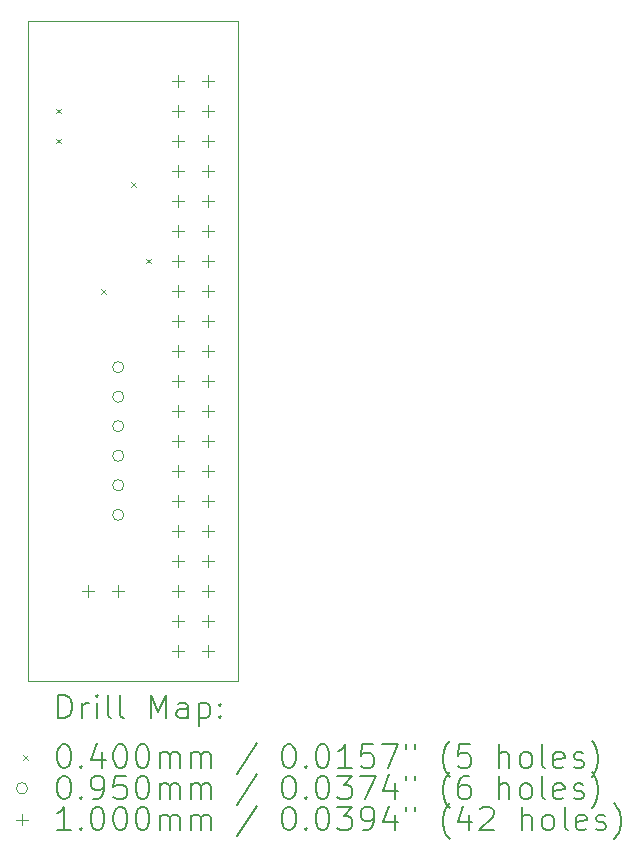
<source format=gbr>
%TF.GenerationSoftware,KiCad,Pcbnew,8.0.8*%
%TF.CreationDate,2025-02-04T18:57:20-05:00*%
%TF.ProjectId,zuul,7a75756c-2e6b-4696-9361-645f70636258,rev?*%
%TF.SameCoordinates,Original*%
%TF.FileFunction,Drillmap*%
%TF.FilePolarity,Positive*%
%FSLAX45Y45*%
G04 Gerber Fmt 4.5, Leading zero omitted, Abs format (unit mm)*
G04 Created by KiCad (PCBNEW 8.0.8) date 2025-02-04 18:57:20*
%MOMM*%
%LPD*%
G01*
G04 APERTURE LIST*
%ADD10C,0.100000*%
%ADD11C,0.200000*%
G04 APERTURE END LIST*
D10*
X2794000Y-2540000D02*
X4572000Y-2540000D01*
X4572000Y-8128000D01*
X2794000Y-8128000D01*
X2794000Y-2540000D01*
D11*
D10*
X3028000Y-3282000D02*
X3068000Y-3322000D01*
X3068000Y-3282000D02*
X3028000Y-3322000D01*
X3028000Y-3536000D02*
X3068000Y-3576000D01*
X3068000Y-3536000D02*
X3028000Y-3576000D01*
X3412248Y-4809559D02*
X3452248Y-4849559D01*
X3452248Y-4809559D02*
X3412248Y-4849559D01*
X3663452Y-3905118D02*
X3703452Y-3945118D01*
X3703452Y-3905118D02*
X3663452Y-3945118D01*
X3790000Y-4552000D02*
X3830000Y-4592000D01*
X3830000Y-4552000D02*
X3790000Y-4592000D01*
X3603500Y-5471000D02*
G75*
G02*
X3508500Y-5471000I-47500J0D01*
G01*
X3508500Y-5471000D02*
G75*
G02*
X3603500Y-5471000I47500J0D01*
G01*
X3603500Y-5721000D02*
G75*
G02*
X3508500Y-5721000I-47500J0D01*
G01*
X3508500Y-5721000D02*
G75*
G02*
X3603500Y-5721000I47500J0D01*
G01*
X3603500Y-5971000D02*
G75*
G02*
X3508500Y-5971000I-47500J0D01*
G01*
X3508500Y-5971000D02*
G75*
G02*
X3603500Y-5971000I47500J0D01*
G01*
X3603500Y-6221000D02*
G75*
G02*
X3508500Y-6221000I-47500J0D01*
G01*
X3508500Y-6221000D02*
G75*
G02*
X3603500Y-6221000I47500J0D01*
G01*
X3603500Y-6471000D02*
G75*
G02*
X3508500Y-6471000I-47500J0D01*
G01*
X3508500Y-6471000D02*
G75*
G02*
X3603500Y-6471000I47500J0D01*
G01*
X3603500Y-6721000D02*
G75*
G02*
X3508500Y-6721000I-47500J0D01*
G01*
X3508500Y-6721000D02*
G75*
G02*
X3603500Y-6721000I47500J0D01*
G01*
X3302000Y-7316000D02*
X3302000Y-7416000D01*
X3252000Y-7366000D02*
X3352000Y-7366000D01*
X3556000Y-7316000D02*
X3556000Y-7416000D01*
X3506000Y-7366000D02*
X3606000Y-7366000D01*
X4064000Y-2998000D02*
X4064000Y-3098000D01*
X4014000Y-3048000D02*
X4114000Y-3048000D01*
X4064000Y-3252000D02*
X4064000Y-3352000D01*
X4014000Y-3302000D02*
X4114000Y-3302000D01*
X4064000Y-3506000D02*
X4064000Y-3606000D01*
X4014000Y-3556000D02*
X4114000Y-3556000D01*
X4064000Y-3760000D02*
X4064000Y-3860000D01*
X4014000Y-3810000D02*
X4114000Y-3810000D01*
X4064000Y-4014000D02*
X4064000Y-4114000D01*
X4014000Y-4064000D02*
X4114000Y-4064000D01*
X4064000Y-4268000D02*
X4064000Y-4368000D01*
X4014000Y-4318000D02*
X4114000Y-4318000D01*
X4064000Y-4522000D02*
X4064000Y-4622000D01*
X4014000Y-4572000D02*
X4114000Y-4572000D01*
X4064000Y-4776000D02*
X4064000Y-4876000D01*
X4014000Y-4826000D02*
X4114000Y-4826000D01*
X4064000Y-5030000D02*
X4064000Y-5130000D01*
X4014000Y-5080000D02*
X4114000Y-5080000D01*
X4064000Y-5284000D02*
X4064000Y-5384000D01*
X4014000Y-5334000D02*
X4114000Y-5334000D01*
X4064000Y-5538000D02*
X4064000Y-5638000D01*
X4014000Y-5588000D02*
X4114000Y-5588000D01*
X4064000Y-5792000D02*
X4064000Y-5892000D01*
X4014000Y-5842000D02*
X4114000Y-5842000D01*
X4064000Y-6046000D02*
X4064000Y-6146000D01*
X4014000Y-6096000D02*
X4114000Y-6096000D01*
X4064000Y-6300000D02*
X4064000Y-6400000D01*
X4014000Y-6350000D02*
X4114000Y-6350000D01*
X4064000Y-6554000D02*
X4064000Y-6654000D01*
X4014000Y-6604000D02*
X4114000Y-6604000D01*
X4064000Y-6808000D02*
X4064000Y-6908000D01*
X4014000Y-6858000D02*
X4114000Y-6858000D01*
X4064000Y-7062000D02*
X4064000Y-7162000D01*
X4014000Y-7112000D02*
X4114000Y-7112000D01*
X4064000Y-7316000D02*
X4064000Y-7416000D01*
X4014000Y-7366000D02*
X4114000Y-7366000D01*
X4064000Y-7570000D02*
X4064000Y-7670000D01*
X4014000Y-7620000D02*
X4114000Y-7620000D01*
X4064000Y-7824000D02*
X4064000Y-7924000D01*
X4014000Y-7874000D02*
X4114000Y-7874000D01*
X4318000Y-2998000D02*
X4318000Y-3098000D01*
X4268000Y-3048000D02*
X4368000Y-3048000D01*
X4318000Y-3252000D02*
X4318000Y-3352000D01*
X4268000Y-3302000D02*
X4368000Y-3302000D01*
X4318000Y-3506000D02*
X4318000Y-3606000D01*
X4268000Y-3556000D02*
X4368000Y-3556000D01*
X4318000Y-3760000D02*
X4318000Y-3860000D01*
X4268000Y-3810000D02*
X4368000Y-3810000D01*
X4318000Y-4014000D02*
X4318000Y-4114000D01*
X4268000Y-4064000D02*
X4368000Y-4064000D01*
X4318000Y-4268000D02*
X4318000Y-4368000D01*
X4268000Y-4318000D02*
X4368000Y-4318000D01*
X4318000Y-4522000D02*
X4318000Y-4622000D01*
X4268000Y-4572000D02*
X4368000Y-4572000D01*
X4318000Y-4776000D02*
X4318000Y-4876000D01*
X4268000Y-4826000D02*
X4368000Y-4826000D01*
X4318000Y-5030000D02*
X4318000Y-5130000D01*
X4268000Y-5080000D02*
X4368000Y-5080000D01*
X4318000Y-5284000D02*
X4318000Y-5384000D01*
X4268000Y-5334000D02*
X4368000Y-5334000D01*
X4318000Y-5538000D02*
X4318000Y-5638000D01*
X4268000Y-5588000D02*
X4368000Y-5588000D01*
X4318000Y-5792000D02*
X4318000Y-5892000D01*
X4268000Y-5842000D02*
X4368000Y-5842000D01*
X4318000Y-6046000D02*
X4318000Y-6146000D01*
X4268000Y-6096000D02*
X4368000Y-6096000D01*
X4318000Y-6300000D02*
X4318000Y-6400000D01*
X4268000Y-6350000D02*
X4368000Y-6350000D01*
X4318000Y-6554000D02*
X4318000Y-6654000D01*
X4268000Y-6604000D02*
X4368000Y-6604000D01*
X4318000Y-6808000D02*
X4318000Y-6908000D01*
X4268000Y-6858000D02*
X4368000Y-6858000D01*
X4318000Y-7062000D02*
X4318000Y-7162000D01*
X4268000Y-7112000D02*
X4368000Y-7112000D01*
X4318000Y-7316000D02*
X4318000Y-7416000D01*
X4268000Y-7366000D02*
X4368000Y-7366000D01*
X4318000Y-7570000D02*
X4318000Y-7670000D01*
X4268000Y-7620000D02*
X4368000Y-7620000D01*
X4318000Y-7824000D02*
X4318000Y-7924000D01*
X4268000Y-7874000D02*
X4368000Y-7874000D01*
D11*
X3049777Y-8444484D02*
X3049777Y-8244484D01*
X3049777Y-8244484D02*
X3097396Y-8244484D01*
X3097396Y-8244484D02*
X3125967Y-8254008D01*
X3125967Y-8254008D02*
X3145015Y-8273055D01*
X3145015Y-8273055D02*
X3154539Y-8292103D01*
X3154539Y-8292103D02*
X3164062Y-8330198D01*
X3164062Y-8330198D02*
X3164062Y-8358769D01*
X3164062Y-8358769D02*
X3154539Y-8396865D01*
X3154539Y-8396865D02*
X3145015Y-8415912D01*
X3145015Y-8415912D02*
X3125967Y-8434960D01*
X3125967Y-8434960D02*
X3097396Y-8444484D01*
X3097396Y-8444484D02*
X3049777Y-8444484D01*
X3249777Y-8444484D02*
X3249777Y-8311150D01*
X3249777Y-8349246D02*
X3259301Y-8330198D01*
X3259301Y-8330198D02*
X3268824Y-8320674D01*
X3268824Y-8320674D02*
X3287872Y-8311150D01*
X3287872Y-8311150D02*
X3306920Y-8311150D01*
X3373586Y-8444484D02*
X3373586Y-8311150D01*
X3373586Y-8244484D02*
X3364062Y-8254008D01*
X3364062Y-8254008D02*
X3373586Y-8263531D01*
X3373586Y-8263531D02*
X3383110Y-8254008D01*
X3383110Y-8254008D02*
X3373586Y-8244484D01*
X3373586Y-8244484D02*
X3373586Y-8263531D01*
X3497396Y-8444484D02*
X3478348Y-8434960D01*
X3478348Y-8434960D02*
X3468824Y-8415912D01*
X3468824Y-8415912D02*
X3468824Y-8244484D01*
X3602158Y-8444484D02*
X3583110Y-8434960D01*
X3583110Y-8434960D02*
X3573586Y-8415912D01*
X3573586Y-8415912D02*
X3573586Y-8244484D01*
X3830729Y-8444484D02*
X3830729Y-8244484D01*
X3830729Y-8244484D02*
X3897396Y-8387341D01*
X3897396Y-8387341D02*
X3964062Y-8244484D01*
X3964062Y-8244484D02*
X3964062Y-8444484D01*
X4145015Y-8444484D02*
X4145015Y-8339722D01*
X4145015Y-8339722D02*
X4135491Y-8320674D01*
X4135491Y-8320674D02*
X4116443Y-8311150D01*
X4116443Y-8311150D02*
X4078348Y-8311150D01*
X4078348Y-8311150D02*
X4059301Y-8320674D01*
X4145015Y-8434960D02*
X4125967Y-8444484D01*
X4125967Y-8444484D02*
X4078348Y-8444484D01*
X4078348Y-8444484D02*
X4059301Y-8434960D01*
X4059301Y-8434960D02*
X4049777Y-8415912D01*
X4049777Y-8415912D02*
X4049777Y-8396865D01*
X4049777Y-8396865D02*
X4059301Y-8377817D01*
X4059301Y-8377817D02*
X4078348Y-8368293D01*
X4078348Y-8368293D02*
X4125967Y-8368293D01*
X4125967Y-8368293D02*
X4145015Y-8358769D01*
X4240253Y-8311150D02*
X4240253Y-8511150D01*
X4240253Y-8320674D02*
X4259301Y-8311150D01*
X4259301Y-8311150D02*
X4297396Y-8311150D01*
X4297396Y-8311150D02*
X4316444Y-8320674D01*
X4316444Y-8320674D02*
X4325967Y-8330198D01*
X4325967Y-8330198D02*
X4335491Y-8349246D01*
X4335491Y-8349246D02*
X4335491Y-8406389D01*
X4335491Y-8406389D02*
X4325967Y-8425436D01*
X4325967Y-8425436D02*
X4316444Y-8434960D01*
X4316444Y-8434960D02*
X4297396Y-8444484D01*
X4297396Y-8444484D02*
X4259301Y-8444484D01*
X4259301Y-8444484D02*
X4240253Y-8434960D01*
X4421205Y-8425436D02*
X4430729Y-8434960D01*
X4430729Y-8434960D02*
X4421205Y-8444484D01*
X4421205Y-8444484D02*
X4411682Y-8434960D01*
X4411682Y-8434960D02*
X4421205Y-8425436D01*
X4421205Y-8425436D02*
X4421205Y-8444484D01*
X4421205Y-8320674D02*
X4430729Y-8330198D01*
X4430729Y-8330198D02*
X4421205Y-8339722D01*
X4421205Y-8339722D02*
X4411682Y-8330198D01*
X4411682Y-8330198D02*
X4421205Y-8320674D01*
X4421205Y-8320674D02*
X4421205Y-8339722D01*
D10*
X2749000Y-8753000D02*
X2789000Y-8793000D01*
X2789000Y-8753000D02*
X2749000Y-8793000D01*
D11*
X3087872Y-8664484D02*
X3106920Y-8664484D01*
X3106920Y-8664484D02*
X3125967Y-8674008D01*
X3125967Y-8674008D02*
X3135491Y-8683531D01*
X3135491Y-8683531D02*
X3145015Y-8702579D01*
X3145015Y-8702579D02*
X3154539Y-8740674D01*
X3154539Y-8740674D02*
X3154539Y-8788293D01*
X3154539Y-8788293D02*
X3145015Y-8826389D01*
X3145015Y-8826389D02*
X3135491Y-8845436D01*
X3135491Y-8845436D02*
X3125967Y-8854960D01*
X3125967Y-8854960D02*
X3106920Y-8864484D01*
X3106920Y-8864484D02*
X3087872Y-8864484D01*
X3087872Y-8864484D02*
X3068824Y-8854960D01*
X3068824Y-8854960D02*
X3059301Y-8845436D01*
X3059301Y-8845436D02*
X3049777Y-8826389D01*
X3049777Y-8826389D02*
X3040253Y-8788293D01*
X3040253Y-8788293D02*
X3040253Y-8740674D01*
X3040253Y-8740674D02*
X3049777Y-8702579D01*
X3049777Y-8702579D02*
X3059301Y-8683531D01*
X3059301Y-8683531D02*
X3068824Y-8674008D01*
X3068824Y-8674008D02*
X3087872Y-8664484D01*
X3240253Y-8845436D02*
X3249777Y-8854960D01*
X3249777Y-8854960D02*
X3240253Y-8864484D01*
X3240253Y-8864484D02*
X3230729Y-8854960D01*
X3230729Y-8854960D02*
X3240253Y-8845436D01*
X3240253Y-8845436D02*
X3240253Y-8864484D01*
X3421205Y-8731150D02*
X3421205Y-8864484D01*
X3373586Y-8654960D02*
X3325967Y-8797817D01*
X3325967Y-8797817D02*
X3449777Y-8797817D01*
X3564062Y-8664484D02*
X3583110Y-8664484D01*
X3583110Y-8664484D02*
X3602158Y-8674008D01*
X3602158Y-8674008D02*
X3611682Y-8683531D01*
X3611682Y-8683531D02*
X3621205Y-8702579D01*
X3621205Y-8702579D02*
X3630729Y-8740674D01*
X3630729Y-8740674D02*
X3630729Y-8788293D01*
X3630729Y-8788293D02*
X3621205Y-8826389D01*
X3621205Y-8826389D02*
X3611682Y-8845436D01*
X3611682Y-8845436D02*
X3602158Y-8854960D01*
X3602158Y-8854960D02*
X3583110Y-8864484D01*
X3583110Y-8864484D02*
X3564062Y-8864484D01*
X3564062Y-8864484D02*
X3545015Y-8854960D01*
X3545015Y-8854960D02*
X3535491Y-8845436D01*
X3535491Y-8845436D02*
X3525967Y-8826389D01*
X3525967Y-8826389D02*
X3516443Y-8788293D01*
X3516443Y-8788293D02*
X3516443Y-8740674D01*
X3516443Y-8740674D02*
X3525967Y-8702579D01*
X3525967Y-8702579D02*
X3535491Y-8683531D01*
X3535491Y-8683531D02*
X3545015Y-8674008D01*
X3545015Y-8674008D02*
X3564062Y-8664484D01*
X3754539Y-8664484D02*
X3773586Y-8664484D01*
X3773586Y-8664484D02*
X3792634Y-8674008D01*
X3792634Y-8674008D02*
X3802158Y-8683531D01*
X3802158Y-8683531D02*
X3811682Y-8702579D01*
X3811682Y-8702579D02*
X3821205Y-8740674D01*
X3821205Y-8740674D02*
X3821205Y-8788293D01*
X3821205Y-8788293D02*
X3811682Y-8826389D01*
X3811682Y-8826389D02*
X3802158Y-8845436D01*
X3802158Y-8845436D02*
X3792634Y-8854960D01*
X3792634Y-8854960D02*
X3773586Y-8864484D01*
X3773586Y-8864484D02*
X3754539Y-8864484D01*
X3754539Y-8864484D02*
X3735491Y-8854960D01*
X3735491Y-8854960D02*
X3725967Y-8845436D01*
X3725967Y-8845436D02*
X3716443Y-8826389D01*
X3716443Y-8826389D02*
X3706920Y-8788293D01*
X3706920Y-8788293D02*
X3706920Y-8740674D01*
X3706920Y-8740674D02*
X3716443Y-8702579D01*
X3716443Y-8702579D02*
X3725967Y-8683531D01*
X3725967Y-8683531D02*
X3735491Y-8674008D01*
X3735491Y-8674008D02*
X3754539Y-8664484D01*
X3906920Y-8864484D02*
X3906920Y-8731150D01*
X3906920Y-8750198D02*
X3916443Y-8740674D01*
X3916443Y-8740674D02*
X3935491Y-8731150D01*
X3935491Y-8731150D02*
X3964063Y-8731150D01*
X3964063Y-8731150D02*
X3983110Y-8740674D01*
X3983110Y-8740674D02*
X3992634Y-8759722D01*
X3992634Y-8759722D02*
X3992634Y-8864484D01*
X3992634Y-8759722D02*
X4002158Y-8740674D01*
X4002158Y-8740674D02*
X4021205Y-8731150D01*
X4021205Y-8731150D02*
X4049777Y-8731150D01*
X4049777Y-8731150D02*
X4068824Y-8740674D01*
X4068824Y-8740674D02*
X4078348Y-8759722D01*
X4078348Y-8759722D02*
X4078348Y-8864484D01*
X4173586Y-8864484D02*
X4173586Y-8731150D01*
X4173586Y-8750198D02*
X4183110Y-8740674D01*
X4183110Y-8740674D02*
X4202158Y-8731150D01*
X4202158Y-8731150D02*
X4230729Y-8731150D01*
X4230729Y-8731150D02*
X4249777Y-8740674D01*
X4249777Y-8740674D02*
X4259301Y-8759722D01*
X4259301Y-8759722D02*
X4259301Y-8864484D01*
X4259301Y-8759722D02*
X4268825Y-8740674D01*
X4268825Y-8740674D02*
X4287872Y-8731150D01*
X4287872Y-8731150D02*
X4316444Y-8731150D01*
X4316444Y-8731150D02*
X4335491Y-8740674D01*
X4335491Y-8740674D02*
X4345015Y-8759722D01*
X4345015Y-8759722D02*
X4345015Y-8864484D01*
X4735491Y-8654960D02*
X4564063Y-8912103D01*
X4992634Y-8664484D02*
X5011682Y-8664484D01*
X5011682Y-8664484D02*
X5030729Y-8674008D01*
X5030729Y-8674008D02*
X5040253Y-8683531D01*
X5040253Y-8683531D02*
X5049777Y-8702579D01*
X5049777Y-8702579D02*
X5059301Y-8740674D01*
X5059301Y-8740674D02*
X5059301Y-8788293D01*
X5059301Y-8788293D02*
X5049777Y-8826389D01*
X5049777Y-8826389D02*
X5040253Y-8845436D01*
X5040253Y-8845436D02*
X5030729Y-8854960D01*
X5030729Y-8854960D02*
X5011682Y-8864484D01*
X5011682Y-8864484D02*
X4992634Y-8864484D01*
X4992634Y-8864484D02*
X4973587Y-8854960D01*
X4973587Y-8854960D02*
X4964063Y-8845436D01*
X4964063Y-8845436D02*
X4954539Y-8826389D01*
X4954539Y-8826389D02*
X4945015Y-8788293D01*
X4945015Y-8788293D02*
X4945015Y-8740674D01*
X4945015Y-8740674D02*
X4954539Y-8702579D01*
X4954539Y-8702579D02*
X4964063Y-8683531D01*
X4964063Y-8683531D02*
X4973587Y-8674008D01*
X4973587Y-8674008D02*
X4992634Y-8664484D01*
X5145015Y-8845436D02*
X5154539Y-8854960D01*
X5154539Y-8854960D02*
X5145015Y-8864484D01*
X5145015Y-8864484D02*
X5135491Y-8854960D01*
X5135491Y-8854960D02*
X5145015Y-8845436D01*
X5145015Y-8845436D02*
X5145015Y-8864484D01*
X5278348Y-8664484D02*
X5297396Y-8664484D01*
X5297396Y-8664484D02*
X5316444Y-8674008D01*
X5316444Y-8674008D02*
X5325968Y-8683531D01*
X5325968Y-8683531D02*
X5335491Y-8702579D01*
X5335491Y-8702579D02*
X5345015Y-8740674D01*
X5345015Y-8740674D02*
X5345015Y-8788293D01*
X5345015Y-8788293D02*
X5335491Y-8826389D01*
X5335491Y-8826389D02*
X5325968Y-8845436D01*
X5325968Y-8845436D02*
X5316444Y-8854960D01*
X5316444Y-8854960D02*
X5297396Y-8864484D01*
X5297396Y-8864484D02*
X5278348Y-8864484D01*
X5278348Y-8864484D02*
X5259301Y-8854960D01*
X5259301Y-8854960D02*
X5249777Y-8845436D01*
X5249777Y-8845436D02*
X5240253Y-8826389D01*
X5240253Y-8826389D02*
X5230729Y-8788293D01*
X5230729Y-8788293D02*
X5230729Y-8740674D01*
X5230729Y-8740674D02*
X5240253Y-8702579D01*
X5240253Y-8702579D02*
X5249777Y-8683531D01*
X5249777Y-8683531D02*
X5259301Y-8674008D01*
X5259301Y-8674008D02*
X5278348Y-8664484D01*
X5535491Y-8864484D02*
X5421206Y-8864484D01*
X5478348Y-8864484D02*
X5478348Y-8664484D01*
X5478348Y-8664484D02*
X5459301Y-8693055D01*
X5459301Y-8693055D02*
X5440253Y-8712103D01*
X5440253Y-8712103D02*
X5421206Y-8721627D01*
X5716444Y-8664484D02*
X5621206Y-8664484D01*
X5621206Y-8664484D02*
X5611682Y-8759722D01*
X5611682Y-8759722D02*
X5621206Y-8750198D01*
X5621206Y-8750198D02*
X5640253Y-8740674D01*
X5640253Y-8740674D02*
X5687872Y-8740674D01*
X5687872Y-8740674D02*
X5706920Y-8750198D01*
X5706920Y-8750198D02*
X5716444Y-8759722D01*
X5716444Y-8759722D02*
X5725967Y-8778770D01*
X5725967Y-8778770D02*
X5725967Y-8826389D01*
X5725967Y-8826389D02*
X5716444Y-8845436D01*
X5716444Y-8845436D02*
X5706920Y-8854960D01*
X5706920Y-8854960D02*
X5687872Y-8864484D01*
X5687872Y-8864484D02*
X5640253Y-8864484D01*
X5640253Y-8864484D02*
X5621206Y-8854960D01*
X5621206Y-8854960D02*
X5611682Y-8845436D01*
X5792634Y-8664484D02*
X5925967Y-8664484D01*
X5925967Y-8664484D02*
X5840253Y-8864484D01*
X5992634Y-8664484D02*
X5992634Y-8702579D01*
X6068825Y-8664484D02*
X6068825Y-8702579D01*
X6364063Y-8940674D02*
X6354539Y-8931150D01*
X6354539Y-8931150D02*
X6335491Y-8902579D01*
X6335491Y-8902579D02*
X6325968Y-8883531D01*
X6325968Y-8883531D02*
X6316444Y-8854960D01*
X6316444Y-8854960D02*
X6306920Y-8807341D01*
X6306920Y-8807341D02*
X6306920Y-8769246D01*
X6306920Y-8769246D02*
X6316444Y-8721627D01*
X6316444Y-8721627D02*
X6325968Y-8693055D01*
X6325968Y-8693055D02*
X6335491Y-8674008D01*
X6335491Y-8674008D02*
X6354539Y-8645436D01*
X6354539Y-8645436D02*
X6364063Y-8635912D01*
X6535491Y-8664484D02*
X6440253Y-8664484D01*
X6440253Y-8664484D02*
X6430729Y-8759722D01*
X6430729Y-8759722D02*
X6440253Y-8750198D01*
X6440253Y-8750198D02*
X6459301Y-8740674D01*
X6459301Y-8740674D02*
X6506920Y-8740674D01*
X6506920Y-8740674D02*
X6525968Y-8750198D01*
X6525968Y-8750198D02*
X6535491Y-8759722D01*
X6535491Y-8759722D02*
X6545015Y-8778770D01*
X6545015Y-8778770D02*
X6545015Y-8826389D01*
X6545015Y-8826389D02*
X6535491Y-8845436D01*
X6535491Y-8845436D02*
X6525968Y-8854960D01*
X6525968Y-8854960D02*
X6506920Y-8864484D01*
X6506920Y-8864484D02*
X6459301Y-8864484D01*
X6459301Y-8864484D02*
X6440253Y-8854960D01*
X6440253Y-8854960D02*
X6430729Y-8845436D01*
X6783110Y-8864484D02*
X6783110Y-8664484D01*
X6868825Y-8864484D02*
X6868825Y-8759722D01*
X6868825Y-8759722D02*
X6859301Y-8740674D01*
X6859301Y-8740674D02*
X6840253Y-8731150D01*
X6840253Y-8731150D02*
X6811682Y-8731150D01*
X6811682Y-8731150D02*
X6792634Y-8740674D01*
X6792634Y-8740674D02*
X6783110Y-8750198D01*
X6992634Y-8864484D02*
X6973587Y-8854960D01*
X6973587Y-8854960D02*
X6964063Y-8845436D01*
X6964063Y-8845436D02*
X6954539Y-8826389D01*
X6954539Y-8826389D02*
X6954539Y-8769246D01*
X6954539Y-8769246D02*
X6964063Y-8750198D01*
X6964063Y-8750198D02*
X6973587Y-8740674D01*
X6973587Y-8740674D02*
X6992634Y-8731150D01*
X6992634Y-8731150D02*
X7021206Y-8731150D01*
X7021206Y-8731150D02*
X7040253Y-8740674D01*
X7040253Y-8740674D02*
X7049777Y-8750198D01*
X7049777Y-8750198D02*
X7059301Y-8769246D01*
X7059301Y-8769246D02*
X7059301Y-8826389D01*
X7059301Y-8826389D02*
X7049777Y-8845436D01*
X7049777Y-8845436D02*
X7040253Y-8854960D01*
X7040253Y-8854960D02*
X7021206Y-8864484D01*
X7021206Y-8864484D02*
X6992634Y-8864484D01*
X7173587Y-8864484D02*
X7154539Y-8854960D01*
X7154539Y-8854960D02*
X7145015Y-8835912D01*
X7145015Y-8835912D02*
X7145015Y-8664484D01*
X7325968Y-8854960D02*
X7306920Y-8864484D01*
X7306920Y-8864484D02*
X7268825Y-8864484D01*
X7268825Y-8864484D02*
X7249777Y-8854960D01*
X7249777Y-8854960D02*
X7240253Y-8835912D01*
X7240253Y-8835912D02*
X7240253Y-8759722D01*
X7240253Y-8759722D02*
X7249777Y-8740674D01*
X7249777Y-8740674D02*
X7268825Y-8731150D01*
X7268825Y-8731150D02*
X7306920Y-8731150D01*
X7306920Y-8731150D02*
X7325968Y-8740674D01*
X7325968Y-8740674D02*
X7335491Y-8759722D01*
X7335491Y-8759722D02*
X7335491Y-8778770D01*
X7335491Y-8778770D02*
X7240253Y-8797817D01*
X7411682Y-8854960D02*
X7430730Y-8864484D01*
X7430730Y-8864484D02*
X7468825Y-8864484D01*
X7468825Y-8864484D02*
X7487872Y-8854960D01*
X7487872Y-8854960D02*
X7497396Y-8835912D01*
X7497396Y-8835912D02*
X7497396Y-8826389D01*
X7497396Y-8826389D02*
X7487872Y-8807341D01*
X7487872Y-8807341D02*
X7468825Y-8797817D01*
X7468825Y-8797817D02*
X7440253Y-8797817D01*
X7440253Y-8797817D02*
X7421206Y-8788293D01*
X7421206Y-8788293D02*
X7411682Y-8769246D01*
X7411682Y-8769246D02*
X7411682Y-8759722D01*
X7411682Y-8759722D02*
X7421206Y-8740674D01*
X7421206Y-8740674D02*
X7440253Y-8731150D01*
X7440253Y-8731150D02*
X7468825Y-8731150D01*
X7468825Y-8731150D02*
X7487872Y-8740674D01*
X7564063Y-8940674D02*
X7573587Y-8931150D01*
X7573587Y-8931150D02*
X7592634Y-8902579D01*
X7592634Y-8902579D02*
X7602158Y-8883531D01*
X7602158Y-8883531D02*
X7611682Y-8854960D01*
X7611682Y-8854960D02*
X7621206Y-8807341D01*
X7621206Y-8807341D02*
X7621206Y-8769246D01*
X7621206Y-8769246D02*
X7611682Y-8721627D01*
X7611682Y-8721627D02*
X7602158Y-8693055D01*
X7602158Y-8693055D02*
X7592634Y-8674008D01*
X7592634Y-8674008D02*
X7573587Y-8645436D01*
X7573587Y-8645436D02*
X7564063Y-8635912D01*
D10*
X2789000Y-9037000D02*
G75*
G02*
X2694000Y-9037000I-47500J0D01*
G01*
X2694000Y-9037000D02*
G75*
G02*
X2789000Y-9037000I47500J0D01*
G01*
D11*
X3087872Y-8928484D02*
X3106920Y-8928484D01*
X3106920Y-8928484D02*
X3125967Y-8938008D01*
X3125967Y-8938008D02*
X3135491Y-8947531D01*
X3135491Y-8947531D02*
X3145015Y-8966579D01*
X3145015Y-8966579D02*
X3154539Y-9004674D01*
X3154539Y-9004674D02*
X3154539Y-9052293D01*
X3154539Y-9052293D02*
X3145015Y-9090389D01*
X3145015Y-9090389D02*
X3135491Y-9109436D01*
X3135491Y-9109436D02*
X3125967Y-9118960D01*
X3125967Y-9118960D02*
X3106920Y-9128484D01*
X3106920Y-9128484D02*
X3087872Y-9128484D01*
X3087872Y-9128484D02*
X3068824Y-9118960D01*
X3068824Y-9118960D02*
X3059301Y-9109436D01*
X3059301Y-9109436D02*
X3049777Y-9090389D01*
X3049777Y-9090389D02*
X3040253Y-9052293D01*
X3040253Y-9052293D02*
X3040253Y-9004674D01*
X3040253Y-9004674D02*
X3049777Y-8966579D01*
X3049777Y-8966579D02*
X3059301Y-8947531D01*
X3059301Y-8947531D02*
X3068824Y-8938008D01*
X3068824Y-8938008D02*
X3087872Y-8928484D01*
X3240253Y-9109436D02*
X3249777Y-9118960D01*
X3249777Y-9118960D02*
X3240253Y-9128484D01*
X3240253Y-9128484D02*
X3230729Y-9118960D01*
X3230729Y-9118960D02*
X3240253Y-9109436D01*
X3240253Y-9109436D02*
X3240253Y-9128484D01*
X3345015Y-9128484D02*
X3383110Y-9128484D01*
X3383110Y-9128484D02*
X3402158Y-9118960D01*
X3402158Y-9118960D02*
X3411682Y-9109436D01*
X3411682Y-9109436D02*
X3430729Y-9080865D01*
X3430729Y-9080865D02*
X3440253Y-9042770D01*
X3440253Y-9042770D02*
X3440253Y-8966579D01*
X3440253Y-8966579D02*
X3430729Y-8947531D01*
X3430729Y-8947531D02*
X3421205Y-8938008D01*
X3421205Y-8938008D02*
X3402158Y-8928484D01*
X3402158Y-8928484D02*
X3364062Y-8928484D01*
X3364062Y-8928484D02*
X3345015Y-8938008D01*
X3345015Y-8938008D02*
X3335491Y-8947531D01*
X3335491Y-8947531D02*
X3325967Y-8966579D01*
X3325967Y-8966579D02*
X3325967Y-9014198D01*
X3325967Y-9014198D02*
X3335491Y-9033246D01*
X3335491Y-9033246D02*
X3345015Y-9042770D01*
X3345015Y-9042770D02*
X3364062Y-9052293D01*
X3364062Y-9052293D02*
X3402158Y-9052293D01*
X3402158Y-9052293D02*
X3421205Y-9042770D01*
X3421205Y-9042770D02*
X3430729Y-9033246D01*
X3430729Y-9033246D02*
X3440253Y-9014198D01*
X3621205Y-8928484D02*
X3525967Y-8928484D01*
X3525967Y-8928484D02*
X3516443Y-9023722D01*
X3516443Y-9023722D02*
X3525967Y-9014198D01*
X3525967Y-9014198D02*
X3545015Y-9004674D01*
X3545015Y-9004674D02*
X3592634Y-9004674D01*
X3592634Y-9004674D02*
X3611682Y-9014198D01*
X3611682Y-9014198D02*
X3621205Y-9023722D01*
X3621205Y-9023722D02*
X3630729Y-9042770D01*
X3630729Y-9042770D02*
X3630729Y-9090389D01*
X3630729Y-9090389D02*
X3621205Y-9109436D01*
X3621205Y-9109436D02*
X3611682Y-9118960D01*
X3611682Y-9118960D02*
X3592634Y-9128484D01*
X3592634Y-9128484D02*
X3545015Y-9128484D01*
X3545015Y-9128484D02*
X3525967Y-9118960D01*
X3525967Y-9118960D02*
X3516443Y-9109436D01*
X3754539Y-8928484D02*
X3773586Y-8928484D01*
X3773586Y-8928484D02*
X3792634Y-8938008D01*
X3792634Y-8938008D02*
X3802158Y-8947531D01*
X3802158Y-8947531D02*
X3811682Y-8966579D01*
X3811682Y-8966579D02*
X3821205Y-9004674D01*
X3821205Y-9004674D02*
X3821205Y-9052293D01*
X3821205Y-9052293D02*
X3811682Y-9090389D01*
X3811682Y-9090389D02*
X3802158Y-9109436D01*
X3802158Y-9109436D02*
X3792634Y-9118960D01*
X3792634Y-9118960D02*
X3773586Y-9128484D01*
X3773586Y-9128484D02*
X3754539Y-9128484D01*
X3754539Y-9128484D02*
X3735491Y-9118960D01*
X3735491Y-9118960D02*
X3725967Y-9109436D01*
X3725967Y-9109436D02*
X3716443Y-9090389D01*
X3716443Y-9090389D02*
X3706920Y-9052293D01*
X3706920Y-9052293D02*
X3706920Y-9004674D01*
X3706920Y-9004674D02*
X3716443Y-8966579D01*
X3716443Y-8966579D02*
X3725967Y-8947531D01*
X3725967Y-8947531D02*
X3735491Y-8938008D01*
X3735491Y-8938008D02*
X3754539Y-8928484D01*
X3906920Y-9128484D02*
X3906920Y-8995150D01*
X3906920Y-9014198D02*
X3916443Y-9004674D01*
X3916443Y-9004674D02*
X3935491Y-8995150D01*
X3935491Y-8995150D02*
X3964063Y-8995150D01*
X3964063Y-8995150D02*
X3983110Y-9004674D01*
X3983110Y-9004674D02*
X3992634Y-9023722D01*
X3992634Y-9023722D02*
X3992634Y-9128484D01*
X3992634Y-9023722D02*
X4002158Y-9004674D01*
X4002158Y-9004674D02*
X4021205Y-8995150D01*
X4021205Y-8995150D02*
X4049777Y-8995150D01*
X4049777Y-8995150D02*
X4068824Y-9004674D01*
X4068824Y-9004674D02*
X4078348Y-9023722D01*
X4078348Y-9023722D02*
X4078348Y-9128484D01*
X4173586Y-9128484D02*
X4173586Y-8995150D01*
X4173586Y-9014198D02*
X4183110Y-9004674D01*
X4183110Y-9004674D02*
X4202158Y-8995150D01*
X4202158Y-8995150D02*
X4230729Y-8995150D01*
X4230729Y-8995150D02*
X4249777Y-9004674D01*
X4249777Y-9004674D02*
X4259301Y-9023722D01*
X4259301Y-9023722D02*
X4259301Y-9128484D01*
X4259301Y-9023722D02*
X4268825Y-9004674D01*
X4268825Y-9004674D02*
X4287872Y-8995150D01*
X4287872Y-8995150D02*
X4316444Y-8995150D01*
X4316444Y-8995150D02*
X4335491Y-9004674D01*
X4335491Y-9004674D02*
X4345015Y-9023722D01*
X4345015Y-9023722D02*
X4345015Y-9128484D01*
X4735491Y-8918960D02*
X4564063Y-9176103D01*
X4992634Y-8928484D02*
X5011682Y-8928484D01*
X5011682Y-8928484D02*
X5030729Y-8938008D01*
X5030729Y-8938008D02*
X5040253Y-8947531D01*
X5040253Y-8947531D02*
X5049777Y-8966579D01*
X5049777Y-8966579D02*
X5059301Y-9004674D01*
X5059301Y-9004674D02*
X5059301Y-9052293D01*
X5059301Y-9052293D02*
X5049777Y-9090389D01*
X5049777Y-9090389D02*
X5040253Y-9109436D01*
X5040253Y-9109436D02*
X5030729Y-9118960D01*
X5030729Y-9118960D02*
X5011682Y-9128484D01*
X5011682Y-9128484D02*
X4992634Y-9128484D01*
X4992634Y-9128484D02*
X4973587Y-9118960D01*
X4973587Y-9118960D02*
X4964063Y-9109436D01*
X4964063Y-9109436D02*
X4954539Y-9090389D01*
X4954539Y-9090389D02*
X4945015Y-9052293D01*
X4945015Y-9052293D02*
X4945015Y-9004674D01*
X4945015Y-9004674D02*
X4954539Y-8966579D01*
X4954539Y-8966579D02*
X4964063Y-8947531D01*
X4964063Y-8947531D02*
X4973587Y-8938008D01*
X4973587Y-8938008D02*
X4992634Y-8928484D01*
X5145015Y-9109436D02*
X5154539Y-9118960D01*
X5154539Y-9118960D02*
X5145015Y-9128484D01*
X5145015Y-9128484D02*
X5135491Y-9118960D01*
X5135491Y-9118960D02*
X5145015Y-9109436D01*
X5145015Y-9109436D02*
X5145015Y-9128484D01*
X5278348Y-8928484D02*
X5297396Y-8928484D01*
X5297396Y-8928484D02*
X5316444Y-8938008D01*
X5316444Y-8938008D02*
X5325968Y-8947531D01*
X5325968Y-8947531D02*
X5335491Y-8966579D01*
X5335491Y-8966579D02*
X5345015Y-9004674D01*
X5345015Y-9004674D02*
X5345015Y-9052293D01*
X5345015Y-9052293D02*
X5335491Y-9090389D01*
X5335491Y-9090389D02*
X5325968Y-9109436D01*
X5325968Y-9109436D02*
X5316444Y-9118960D01*
X5316444Y-9118960D02*
X5297396Y-9128484D01*
X5297396Y-9128484D02*
X5278348Y-9128484D01*
X5278348Y-9128484D02*
X5259301Y-9118960D01*
X5259301Y-9118960D02*
X5249777Y-9109436D01*
X5249777Y-9109436D02*
X5240253Y-9090389D01*
X5240253Y-9090389D02*
X5230729Y-9052293D01*
X5230729Y-9052293D02*
X5230729Y-9004674D01*
X5230729Y-9004674D02*
X5240253Y-8966579D01*
X5240253Y-8966579D02*
X5249777Y-8947531D01*
X5249777Y-8947531D02*
X5259301Y-8938008D01*
X5259301Y-8938008D02*
X5278348Y-8928484D01*
X5411682Y-8928484D02*
X5535491Y-8928484D01*
X5535491Y-8928484D02*
X5468825Y-9004674D01*
X5468825Y-9004674D02*
X5497396Y-9004674D01*
X5497396Y-9004674D02*
X5516444Y-9014198D01*
X5516444Y-9014198D02*
X5525968Y-9023722D01*
X5525968Y-9023722D02*
X5535491Y-9042770D01*
X5535491Y-9042770D02*
X5535491Y-9090389D01*
X5535491Y-9090389D02*
X5525968Y-9109436D01*
X5525968Y-9109436D02*
X5516444Y-9118960D01*
X5516444Y-9118960D02*
X5497396Y-9128484D01*
X5497396Y-9128484D02*
X5440253Y-9128484D01*
X5440253Y-9128484D02*
X5421206Y-9118960D01*
X5421206Y-9118960D02*
X5411682Y-9109436D01*
X5602158Y-8928484D02*
X5735491Y-8928484D01*
X5735491Y-8928484D02*
X5649777Y-9128484D01*
X5897396Y-8995150D02*
X5897396Y-9128484D01*
X5849777Y-8918960D02*
X5802158Y-9061817D01*
X5802158Y-9061817D02*
X5925967Y-9061817D01*
X5992634Y-8928484D02*
X5992634Y-8966579D01*
X6068825Y-8928484D02*
X6068825Y-8966579D01*
X6364063Y-9204674D02*
X6354539Y-9195150D01*
X6354539Y-9195150D02*
X6335491Y-9166579D01*
X6335491Y-9166579D02*
X6325968Y-9147531D01*
X6325968Y-9147531D02*
X6316444Y-9118960D01*
X6316444Y-9118960D02*
X6306920Y-9071341D01*
X6306920Y-9071341D02*
X6306920Y-9033246D01*
X6306920Y-9033246D02*
X6316444Y-8985627D01*
X6316444Y-8985627D02*
X6325968Y-8957055D01*
X6325968Y-8957055D02*
X6335491Y-8938008D01*
X6335491Y-8938008D02*
X6354539Y-8909436D01*
X6354539Y-8909436D02*
X6364063Y-8899912D01*
X6525968Y-8928484D02*
X6487872Y-8928484D01*
X6487872Y-8928484D02*
X6468825Y-8938008D01*
X6468825Y-8938008D02*
X6459301Y-8947531D01*
X6459301Y-8947531D02*
X6440253Y-8976103D01*
X6440253Y-8976103D02*
X6430729Y-9014198D01*
X6430729Y-9014198D02*
X6430729Y-9090389D01*
X6430729Y-9090389D02*
X6440253Y-9109436D01*
X6440253Y-9109436D02*
X6449777Y-9118960D01*
X6449777Y-9118960D02*
X6468825Y-9128484D01*
X6468825Y-9128484D02*
X6506920Y-9128484D01*
X6506920Y-9128484D02*
X6525968Y-9118960D01*
X6525968Y-9118960D02*
X6535491Y-9109436D01*
X6535491Y-9109436D02*
X6545015Y-9090389D01*
X6545015Y-9090389D02*
X6545015Y-9042770D01*
X6545015Y-9042770D02*
X6535491Y-9023722D01*
X6535491Y-9023722D02*
X6525968Y-9014198D01*
X6525968Y-9014198D02*
X6506920Y-9004674D01*
X6506920Y-9004674D02*
X6468825Y-9004674D01*
X6468825Y-9004674D02*
X6449777Y-9014198D01*
X6449777Y-9014198D02*
X6440253Y-9023722D01*
X6440253Y-9023722D02*
X6430729Y-9042770D01*
X6783110Y-9128484D02*
X6783110Y-8928484D01*
X6868825Y-9128484D02*
X6868825Y-9023722D01*
X6868825Y-9023722D02*
X6859301Y-9004674D01*
X6859301Y-9004674D02*
X6840253Y-8995150D01*
X6840253Y-8995150D02*
X6811682Y-8995150D01*
X6811682Y-8995150D02*
X6792634Y-9004674D01*
X6792634Y-9004674D02*
X6783110Y-9014198D01*
X6992634Y-9128484D02*
X6973587Y-9118960D01*
X6973587Y-9118960D02*
X6964063Y-9109436D01*
X6964063Y-9109436D02*
X6954539Y-9090389D01*
X6954539Y-9090389D02*
X6954539Y-9033246D01*
X6954539Y-9033246D02*
X6964063Y-9014198D01*
X6964063Y-9014198D02*
X6973587Y-9004674D01*
X6973587Y-9004674D02*
X6992634Y-8995150D01*
X6992634Y-8995150D02*
X7021206Y-8995150D01*
X7021206Y-8995150D02*
X7040253Y-9004674D01*
X7040253Y-9004674D02*
X7049777Y-9014198D01*
X7049777Y-9014198D02*
X7059301Y-9033246D01*
X7059301Y-9033246D02*
X7059301Y-9090389D01*
X7059301Y-9090389D02*
X7049777Y-9109436D01*
X7049777Y-9109436D02*
X7040253Y-9118960D01*
X7040253Y-9118960D02*
X7021206Y-9128484D01*
X7021206Y-9128484D02*
X6992634Y-9128484D01*
X7173587Y-9128484D02*
X7154539Y-9118960D01*
X7154539Y-9118960D02*
X7145015Y-9099912D01*
X7145015Y-9099912D02*
X7145015Y-8928484D01*
X7325968Y-9118960D02*
X7306920Y-9128484D01*
X7306920Y-9128484D02*
X7268825Y-9128484D01*
X7268825Y-9128484D02*
X7249777Y-9118960D01*
X7249777Y-9118960D02*
X7240253Y-9099912D01*
X7240253Y-9099912D02*
X7240253Y-9023722D01*
X7240253Y-9023722D02*
X7249777Y-9004674D01*
X7249777Y-9004674D02*
X7268825Y-8995150D01*
X7268825Y-8995150D02*
X7306920Y-8995150D01*
X7306920Y-8995150D02*
X7325968Y-9004674D01*
X7325968Y-9004674D02*
X7335491Y-9023722D01*
X7335491Y-9023722D02*
X7335491Y-9042770D01*
X7335491Y-9042770D02*
X7240253Y-9061817D01*
X7411682Y-9118960D02*
X7430730Y-9128484D01*
X7430730Y-9128484D02*
X7468825Y-9128484D01*
X7468825Y-9128484D02*
X7487872Y-9118960D01*
X7487872Y-9118960D02*
X7497396Y-9099912D01*
X7497396Y-9099912D02*
X7497396Y-9090389D01*
X7497396Y-9090389D02*
X7487872Y-9071341D01*
X7487872Y-9071341D02*
X7468825Y-9061817D01*
X7468825Y-9061817D02*
X7440253Y-9061817D01*
X7440253Y-9061817D02*
X7421206Y-9052293D01*
X7421206Y-9052293D02*
X7411682Y-9033246D01*
X7411682Y-9033246D02*
X7411682Y-9023722D01*
X7411682Y-9023722D02*
X7421206Y-9004674D01*
X7421206Y-9004674D02*
X7440253Y-8995150D01*
X7440253Y-8995150D02*
X7468825Y-8995150D01*
X7468825Y-8995150D02*
X7487872Y-9004674D01*
X7564063Y-9204674D02*
X7573587Y-9195150D01*
X7573587Y-9195150D02*
X7592634Y-9166579D01*
X7592634Y-9166579D02*
X7602158Y-9147531D01*
X7602158Y-9147531D02*
X7611682Y-9118960D01*
X7611682Y-9118960D02*
X7621206Y-9071341D01*
X7621206Y-9071341D02*
X7621206Y-9033246D01*
X7621206Y-9033246D02*
X7611682Y-8985627D01*
X7611682Y-8985627D02*
X7602158Y-8957055D01*
X7602158Y-8957055D02*
X7592634Y-8938008D01*
X7592634Y-8938008D02*
X7573587Y-8909436D01*
X7573587Y-8909436D02*
X7564063Y-8899912D01*
D10*
X2739000Y-9251000D02*
X2739000Y-9351000D01*
X2689000Y-9301000D02*
X2789000Y-9301000D01*
D11*
X3154539Y-9392484D02*
X3040253Y-9392484D01*
X3097396Y-9392484D02*
X3097396Y-9192484D01*
X3097396Y-9192484D02*
X3078348Y-9221055D01*
X3078348Y-9221055D02*
X3059301Y-9240103D01*
X3059301Y-9240103D02*
X3040253Y-9249627D01*
X3240253Y-9373436D02*
X3249777Y-9382960D01*
X3249777Y-9382960D02*
X3240253Y-9392484D01*
X3240253Y-9392484D02*
X3230729Y-9382960D01*
X3230729Y-9382960D02*
X3240253Y-9373436D01*
X3240253Y-9373436D02*
X3240253Y-9392484D01*
X3373586Y-9192484D02*
X3392634Y-9192484D01*
X3392634Y-9192484D02*
X3411682Y-9202008D01*
X3411682Y-9202008D02*
X3421205Y-9211531D01*
X3421205Y-9211531D02*
X3430729Y-9230579D01*
X3430729Y-9230579D02*
X3440253Y-9268674D01*
X3440253Y-9268674D02*
X3440253Y-9316293D01*
X3440253Y-9316293D02*
X3430729Y-9354389D01*
X3430729Y-9354389D02*
X3421205Y-9373436D01*
X3421205Y-9373436D02*
X3411682Y-9382960D01*
X3411682Y-9382960D02*
X3392634Y-9392484D01*
X3392634Y-9392484D02*
X3373586Y-9392484D01*
X3373586Y-9392484D02*
X3354539Y-9382960D01*
X3354539Y-9382960D02*
X3345015Y-9373436D01*
X3345015Y-9373436D02*
X3335491Y-9354389D01*
X3335491Y-9354389D02*
X3325967Y-9316293D01*
X3325967Y-9316293D02*
X3325967Y-9268674D01*
X3325967Y-9268674D02*
X3335491Y-9230579D01*
X3335491Y-9230579D02*
X3345015Y-9211531D01*
X3345015Y-9211531D02*
X3354539Y-9202008D01*
X3354539Y-9202008D02*
X3373586Y-9192484D01*
X3564062Y-9192484D02*
X3583110Y-9192484D01*
X3583110Y-9192484D02*
X3602158Y-9202008D01*
X3602158Y-9202008D02*
X3611682Y-9211531D01*
X3611682Y-9211531D02*
X3621205Y-9230579D01*
X3621205Y-9230579D02*
X3630729Y-9268674D01*
X3630729Y-9268674D02*
X3630729Y-9316293D01*
X3630729Y-9316293D02*
X3621205Y-9354389D01*
X3621205Y-9354389D02*
X3611682Y-9373436D01*
X3611682Y-9373436D02*
X3602158Y-9382960D01*
X3602158Y-9382960D02*
X3583110Y-9392484D01*
X3583110Y-9392484D02*
X3564062Y-9392484D01*
X3564062Y-9392484D02*
X3545015Y-9382960D01*
X3545015Y-9382960D02*
X3535491Y-9373436D01*
X3535491Y-9373436D02*
X3525967Y-9354389D01*
X3525967Y-9354389D02*
X3516443Y-9316293D01*
X3516443Y-9316293D02*
X3516443Y-9268674D01*
X3516443Y-9268674D02*
X3525967Y-9230579D01*
X3525967Y-9230579D02*
X3535491Y-9211531D01*
X3535491Y-9211531D02*
X3545015Y-9202008D01*
X3545015Y-9202008D02*
X3564062Y-9192484D01*
X3754539Y-9192484D02*
X3773586Y-9192484D01*
X3773586Y-9192484D02*
X3792634Y-9202008D01*
X3792634Y-9202008D02*
X3802158Y-9211531D01*
X3802158Y-9211531D02*
X3811682Y-9230579D01*
X3811682Y-9230579D02*
X3821205Y-9268674D01*
X3821205Y-9268674D02*
X3821205Y-9316293D01*
X3821205Y-9316293D02*
X3811682Y-9354389D01*
X3811682Y-9354389D02*
X3802158Y-9373436D01*
X3802158Y-9373436D02*
X3792634Y-9382960D01*
X3792634Y-9382960D02*
X3773586Y-9392484D01*
X3773586Y-9392484D02*
X3754539Y-9392484D01*
X3754539Y-9392484D02*
X3735491Y-9382960D01*
X3735491Y-9382960D02*
X3725967Y-9373436D01*
X3725967Y-9373436D02*
X3716443Y-9354389D01*
X3716443Y-9354389D02*
X3706920Y-9316293D01*
X3706920Y-9316293D02*
X3706920Y-9268674D01*
X3706920Y-9268674D02*
X3716443Y-9230579D01*
X3716443Y-9230579D02*
X3725967Y-9211531D01*
X3725967Y-9211531D02*
X3735491Y-9202008D01*
X3735491Y-9202008D02*
X3754539Y-9192484D01*
X3906920Y-9392484D02*
X3906920Y-9259150D01*
X3906920Y-9278198D02*
X3916443Y-9268674D01*
X3916443Y-9268674D02*
X3935491Y-9259150D01*
X3935491Y-9259150D02*
X3964063Y-9259150D01*
X3964063Y-9259150D02*
X3983110Y-9268674D01*
X3983110Y-9268674D02*
X3992634Y-9287722D01*
X3992634Y-9287722D02*
X3992634Y-9392484D01*
X3992634Y-9287722D02*
X4002158Y-9268674D01*
X4002158Y-9268674D02*
X4021205Y-9259150D01*
X4021205Y-9259150D02*
X4049777Y-9259150D01*
X4049777Y-9259150D02*
X4068824Y-9268674D01*
X4068824Y-9268674D02*
X4078348Y-9287722D01*
X4078348Y-9287722D02*
X4078348Y-9392484D01*
X4173586Y-9392484D02*
X4173586Y-9259150D01*
X4173586Y-9278198D02*
X4183110Y-9268674D01*
X4183110Y-9268674D02*
X4202158Y-9259150D01*
X4202158Y-9259150D02*
X4230729Y-9259150D01*
X4230729Y-9259150D02*
X4249777Y-9268674D01*
X4249777Y-9268674D02*
X4259301Y-9287722D01*
X4259301Y-9287722D02*
X4259301Y-9392484D01*
X4259301Y-9287722D02*
X4268825Y-9268674D01*
X4268825Y-9268674D02*
X4287872Y-9259150D01*
X4287872Y-9259150D02*
X4316444Y-9259150D01*
X4316444Y-9259150D02*
X4335491Y-9268674D01*
X4335491Y-9268674D02*
X4345015Y-9287722D01*
X4345015Y-9287722D02*
X4345015Y-9392484D01*
X4735491Y-9182960D02*
X4564063Y-9440103D01*
X4992634Y-9192484D02*
X5011682Y-9192484D01*
X5011682Y-9192484D02*
X5030729Y-9202008D01*
X5030729Y-9202008D02*
X5040253Y-9211531D01*
X5040253Y-9211531D02*
X5049777Y-9230579D01*
X5049777Y-9230579D02*
X5059301Y-9268674D01*
X5059301Y-9268674D02*
X5059301Y-9316293D01*
X5059301Y-9316293D02*
X5049777Y-9354389D01*
X5049777Y-9354389D02*
X5040253Y-9373436D01*
X5040253Y-9373436D02*
X5030729Y-9382960D01*
X5030729Y-9382960D02*
X5011682Y-9392484D01*
X5011682Y-9392484D02*
X4992634Y-9392484D01*
X4992634Y-9392484D02*
X4973587Y-9382960D01*
X4973587Y-9382960D02*
X4964063Y-9373436D01*
X4964063Y-9373436D02*
X4954539Y-9354389D01*
X4954539Y-9354389D02*
X4945015Y-9316293D01*
X4945015Y-9316293D02*
X4945015Y-9268674D01*
X4945015Y-9268674D02*
X4954539Y-9230579D01*
X4954539Y-9230579D02*
X4964063Y-9211531D01*
X4964063Y-9211531D02*
X4973587Y-9202008D01*
X4973587Y-9202008D02*
X4992634Y-9192484D01*
X5145015Y-9373436D02*
X5154539Y-9382960D01*
X5154539Y-9382960D02*
X5145015Y-9392484D01*
X5145015Y-9392484D02*
X5135491Y-9382960D01*
X5135491Y-9382960D02*
X5145015Y-9373436D01*
X5145015Y-9373436D02*
X5145015Y-9392484D01*
X5278348Y-9192484D02*
X5297396Y-9192484D01*
X5297396Y-9192484D02*
X5316444Y-9202008D01*
X5316444Y-9202008D02*
X5325968Y-9211531D01*
X5325968Y-9211531D02*
X5335491Y-9230579D01*
X5335491Y-9230579D02*
X5345015Y-9268674D01*
X5345015Y-9268674D02*
X5345015Y-9316293D01*
X5345015Y-9316293D02*
X5335491Y-9354389D01*
X5335491Y-9354389D02*
X5325968Y-9373436D01*
X5325968Y-9373436D02*
X5316444Y-9382960D01*
X5316444Y-9382960D02*
X5297396Y-9392484D01*
X5297396Y-9392484D02*
X5278348Y-9392484D01*
X5278348Y-9392484D02*
X5259301Y-9382960D01*
X5259301Y-9382960D02*
X5249777Y-9373436D01*
X5249777Y-9373436D02*
X5240253Y-9354389D01*
X5240253Y-9354389D02*
X5230729Y-9316293D01*
X5230729Y-9316293D02*
X5230729Y-9268674D01*
X5230729Y-9268674D02*
X5240253Y-9230579D01*
X5240253Y-9230579D02*
X5249777Y-9211531D01*
X5249777Y-9211531D02*
X5259301Y-9202008D01*
X5259301Y-9202008D02*
X5278348Y-9192484D01*
X5411682Y-9192484D02*
X5535491Y-9192484D01*
X5535491Y-9192484D02*
X5468825Y-9268674D01*
X5468825Y-9268674D02*
X5497396Y-9268674D01*
X5497396Y-9268674D02*
X5516444Y-9278198D01*
X5516444Y-9278198D02*
X5525968Y-9287722D01*
X5525968Y-9287722D02*
X5535491Y-9306770D01*
X5535491Y-9306770D02*
X5535491Y-9354389D01*
X5535491Y-9354389D02*
X5525968Y-9373436D01*
X5525968Y-9373436D02*
X5516444Y-9382960D01*
X5516444Y-9382960D02*
X5497396Y-9392484D01*
X5497396Y-9392484D02*
X5440253Y-9392484D01*
X5440253Y-9392484D02*
X5421206Y-9382960D01*
X5421206Y-9382960D02*
X5411682Y-9373436D01*
X5630729Y-9392484D02*
X5668825Y-9392484D01*
X5668825Y-9392484D02*
X5687872Y-9382960D01*
X5687872Y-9382960D02*
X5697396Y-9373436D01*
X5697396Y-9373436D02*
X5716444Y-9344865D01*
X5716444Y-9344865D02*
X5725967Y-9306770D01*
X5725967Y-9306770D02*
X5725967Y-9230579D01*
X5725967Y-9230579D02*
X5716444Y-9211531D01*
X5716444Y-9211531D02*
X5706920Y-9202008D01*
X5706920Y-9202008D02*
X5687872Y-9192484D01*
X5687872Y-9192484D02*
X5649777Y-9192484D01*
X5649777Y-9192484D02*
X5630729Y-9202008D01*
X5630729Y-9202008D02*
X5621206Y-9211531D01*
X5621206Y-9211531D02*
X5611682Y-9230579D01*
X5611682Y-9230579D02*
X5611682Y-9278198D01*
X5611682Y-9278198D02*
X5621206Y-9297246D01*
X5621206Y-9297246D02*
X5630729Y-9306770D01*
X5630729Y-9306770D02*
X5649777Y-9316293D01*
X5649777Y-9316293D02*
X5687872Y-9316293D01*
X5687872Y-9316293D02*
X5706920Y-9306770D01*
X5706920Y-9306770D02*
X5716444Y-9297246D01*
X5716444Y-9297246D02*
X5725967Y-9278198D01*
X5897396Y-9259150D02*
X5897396Y-9392484D01*
X5849777Y-9182960D02*
X5802158Y-9325817D01*
X5802158Y-9325817D02*
X5925967Y-9325817D01*
X5992634Y-9192484D02*
X5992634Y-9230579D01*
X6068825Y-9192484D02*
X6068825Y-9230579D01*
X6364063Y-9468674D02*
X6354539Y-9459150D01*
X6354539Y-9459150D02*
X6335491Y-9430579D01*
X6335491Y-9430579D02*
X6325968Y-9411531D01*
X6325968Y-9411531D02*
X6316444Y-9382960D01*
X6316444Y-9382960D02*
X6306920Y-9335341D01*
X6306920Y-9335341D02*
X6306920Y-9297246D01*
X6306920Y-9297246D02*
X6316444Y-9249627D01*
X6316444Y-9249627D02*
X6325968Y-9221055D01*
X6325968Y-9221055D02*
X6335491Y-9202008D01*
X6335491Y-9202008D02*
X6354539Y-9173436D01*
X6354539Y-9173436D02*
X6364063Y-9163912D01*
X6525968Y-9259150D02*
X6525968Y-9392484D01*
X6478348Y-9182960D02*
X6430729Y-9325817D01*
X6430729Y-9325817D02*
X6554539Y-9325817D01*
X6621206Y-9211531D02*
X6630729Y-9202008D01*
X6630729Y-9202008D02*
X6649777Y-9192484D01*
X6649777Y-9192484D02*
X6697396Y-9192484D01*
X6697396Y-9192484D02*
X6716444Y-9202008D01*
X6716444Y-9202008D02*
X6725968Y-9211531D01*
X6725968Y-9211531D02*
X6735491Y-9230579D01*
X6735491Y-9230579D02*
X6735491Y-9249627D01*
X6735491Y-9249627D02*
X6725968Y-9278198D01*
X6725968Y-9278198D02*
X6611682Y-9392484D01*
X6611682Y-9392484D02*
X6735491Y-9392484D01*
X6973587Y-9392484D02*
X6973587Y-9192484D01*
X7059301Y-9392484D02*
X7059301Y-9287722D01*
X7059301Y-9287722D02*
X7049777Y-9268674D01*
X7049777Y-9268674D02*
X7030730Y-9259150D01*
X7030730Y-9259150D02*
X7002158Y-9259150D01*
X7002158Y-9259150D02*
X6983110Y-9268674D01*
X6983110Y-9268674D02*
X6973587Y-9278198D01*
X7183110Y-9392484D02*
X7164063Y-9382960D01*
X7164063Y-9382960D02*
X7154539Y-9373436D01*
X7154539Y-9373436D02*
X7145015Y-9354389D01*
X7145015Y-9354389D02*
X7145015Y-9297246D01*
X7145015Y-9297246D02*
X7154539Y-9278198D01*
X7154539Y-9278198D02*
X7164063Y-9268674D01*
X7164063Y-9268674D02*
X7183110Y-9259150D01*
X7183110Y-9259150D02*
X7211682Y-9259150D01*
X7211682Y-9259150D02*
X7230730Y-9268674D01*
X7230730Y-9268674D02*
X7240253Y-9278198D01*
X7240253Y-9278198D02*
X7249777Y-9297246D01*
X7249777Y-9297246D02*
X7249777Y-9354389D01*
X7249777Y-9354389D02*
X7240253Y-9373436D01*
X7240253Y-9373436D02*
X7230730Y-9382960D01*
X7230730Y-9382960D02*
X7211682Y-9392484D01*
X7211682Y-9392484D02*
X7183110Y-9392484D01*
X7364063Y-9392484D02*
X7345015Y-9382960D01*
X7345015Y-9382960D02*
X7335491Y-9363912D01*
X7335491Y-9363912D02*
X7335491Y-9192484D01*
X7516444Y-9382960D02*
X7497396Y-9392484D01*
X7497396Y-9392484D02*
X7459301Y-9392484D01*
X7459301Y-9392484D02*
X7440253Y-9382960D01*
X7440253Y-9382960D02*
X7430730Y-9363912D01*
X7430730Y-9363912D02*
X7430730Y-9287722D01*
X7430730Y-9287722D02*
X7440253Y-9268674D01*
X7440253Y-9268674D02*
X7459301Y-9259150D01*
X7459301Y-9259150D02*
X7497396Y-9259150D01*
X7497396Y-9259150D02*
X7516444Y-9268674D01*
X7516444Y-9268674D02*
X7525968Y-9287722D01*
X7525968Y-9287722D02*
X7525968Y-9306770D01*
X7525968Y-9306770D02*
X7430730Y-9325817D01*
X7602158Y-9382960D02*
X7621206Y-9392484D01*
X7621206Y-9392484D02*
X7659301Y-9392484D01*
X7659301Y-9392484D02*
X7678349Y-9382960D01*
X7678349Y-9382960D02*
X7687872Y-9363912D01*
X7687872Y-9363912D02*
X7687872Y-9354389D01*
X7687872Y-9354389D02*
X7678349Y-9335341D01*
X7678349Y-9335341D02*
X7659301Y-9325817D01*
X7659301Y-9325817D02*
X7630730Y-9325817D01*
X7630730Y-9325817D02*
X7611682Y-9316293D01*
X7611682Y-9316293D02*
X7602158Y-9297246D01*
X7602158Y-9297246D02*
X7602158Y-9287722D01*
X7602158Y-9287722D02*
X7611682Y-9268674D01*
X7611682Y-9268674D02*
X7630730Y-9259150D01*
X7630730Y-9259150D02*
X7659301Y-9259150D01*
X7659301Y-9259150D02*
X7678349Y-9268674D01*
X7754539Y-9468674D02*
X7764063Y-9459150D01*
X7764063Y-9459150D02*
X7783111Y-9430579D01*
X7783111Y-9430579D02*
X7792634Y-9411531D01*
X7792634Y-9411531D02*
X7802158Y-9382960D01*
X7802158Y-9382960D02*
X7811682Y-9335341D01*
X7811682Y-9335341D02*
X7811682Y-9297246D01*
X7811682Y-9297246D02*
X7802158Y-9249627D01*
X7802158Y-9249627D02*
X7792634Y-9221055D01*
X7792634Y-9221055D02*
X7783111Y-9202008D01*
X7783111Y-9202008D02*
X7764063Y-9173436D01*
X7764063Y-9173436D02*
X7754539Y-9163912D01*
M02*

</source>
